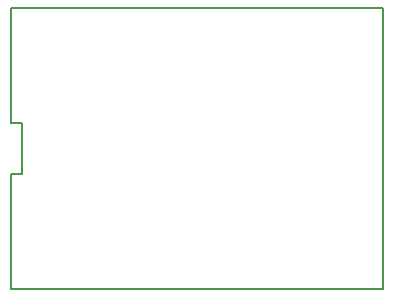
<source format=gbr>
G04 (created by PCBNEW (2013-01-27 BZR 3925)-testing) date Tue 29 Jan 2013 05:11:15 PM CET*
%MOIN*%
G04 Gerber Fmt 3.4, Leading zero omitted, Abs format*
%FSLAX34Y34*%
G01*
G70*
G90*
G04 APERTURE LIST*
%ADD10C,2.3622e-06*%
%ADD11C,0.00787402*%
G04 APERTURE END LIST*
G54D10*
G54D11*
X54811Y-44177D02*
X54811Y-40338D01*
X54811Y-45850D02*
X54811Y-49688D01*
X55204Y-45850D02*
X55204Y-44177D01*
X55204Y-45850D02*
X54811Y-45850D01*
X55204Y-44177D02*
X54811Y-44177D01*
X67212Y-49688D02*
X54811Y-49688D01*
X67212Y-40338D02*
X67212Y-49688D01*
X54811Y-40338D02*
X67212Y-40338D01*
M02*

</source>
